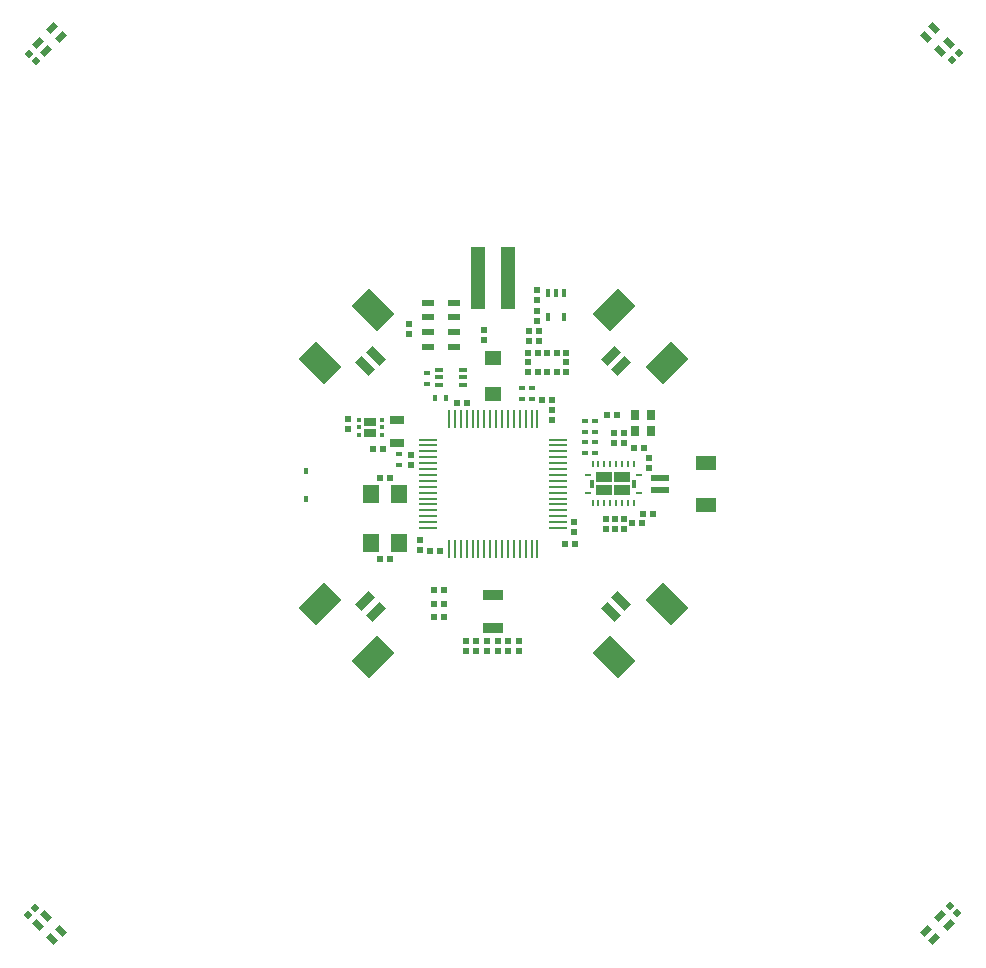
<source format=gbp>
G04 Layer_Color=128*
%FSAX25Y25*%
%MOIN*%
G70*
G01*
G75*
%ADD12R,0.02047X0.01969*%
%ADD13R,0.02362X0.00945*%
G04:AMPARAMS|DCode=28|XSize=19.69mil|YSize=20.47mil|CornerRadius=0mil|HoleSize=0mil|Usage=FLASHONLY|Rotation=45.000|XOffset=0mil|YOffset=0mil|HoleType=Round|Shape=Rectangle|*
%AMROTATEDRECTD28*
4,1,4,0.00028,-0.01420,-0.01420,0.00028,-0.00028,0.01420,0.01420,-0.00028,0.00028,-0.01420,0.0*
%
%ADD28ROTATEDRECTD28*%

G04:AMPARAMS|DCode=29|XSize=19.69mil|YSize=20.47mil|CornerRadius=0mil|HoleSize=0mil|Usage=FLASHONLY|Rotation=315.000|XOffset=0mil|YOffset=0mil|HoleType=Round|Shape=Rectangle|*
%AMROTATEDRECTD29*
4,1,4,-0.01420,-0.00028,0.00028,0.01420,0.01420,0.00028,-0.00028,-0.01420,-0.01420,-0.00028,0.0*
%
%ADD29ROTATEDRECTD29*%

%ADD37R,0.01969X0.02047*%
%ADD38R,0.01772X0.02165*%
%ADD39R,0.02165X0.01772*%
%ADD68R,0.04331X0.02362*%
%ADD69R,0.01575X0.02559*%
%ADD70R,0.01969X0.01969*%
%ADD71R,0.05118X0.20866*%
G04:AMPARAMS|DCode=72|XSize=33.47mil|YSize=19.69mil|CornerRadius=0mil|HoleSize=0mil|Usage=FLASHONLY|Rotation=225.000|XOffset=0mil|YOffset=0mil|HoleType=Round|Shape=Rectangle|*
%AMROTATEDRECTD72*
4,1,4,0.00487,0.01879,0.01879,0.00487,-0.00487,-0.01879,-0.01879,-0.00487,0.00487,0.01879,0.0*
%
%ADD72ROTATEDRECTD72*%

G04:AMPARAMS|DCode=73|XSize=33.47mil|YSize=19.69mil|CornerRadius=0mil|HoleSize=0mil|Usage=FLASHONLY|Rotation=315.000|XOffset=0mil|YOffset=0mil|HoleType=Round|Shape=Rectangle|*
%AMROTATEDRECTD73*
4,1,4,-0.01879,0.00487,-0.00487,0.01879,0.01879,-0.00487,0.00487,-0.01879,-0.01879,0.00487,0.0*
%
%ADD73ROTATEDRECTD73*%

G04:AMPARAMS|DCode=74|XSize=31.5mil|YSize=62.99mil|CornerRadius=0mil|HoleSize=0mil|Usage=FLASHONLY|Rotation=45.000|XOffset=0mil|YOffset=0mil|HoleType=Round|Shape=Rectangle|*
%AMROTATEDRECTD74*
4,1,4,0.01114,-0.03341,-0.03341,0.01114,-0.01114,0.03341,0.03341,-0.01114,0.01114,-0.03341,0.0*
%
%ADD74ROTATEDRECTD74*%

G04:AMPARAMS|DCode=75|XSize=82.68mil|YSize=118.11mil|CornerRadius=0mil|HoleSize=0mil|Usage=FLASHONLY|Rotation=45.000|XOffset=0mil|YOffset=0mil|HoleType=Round|Shape=Rectangle|*
%AMROTATEDRECTD75*
4,1,4,0.01253,-0.07099,-0.07099,0.01253,-0.01253,0.07099,0.07099,-0.01253,0.01253,-0.07099,0.0*
%
%ADD75ROTATEDRECTD75*%

G04:AMPARAMS|DCode=76|XSize=31.5mil|YSize=62.99mil|CornerRadius=0mil|HoleSize=0mil|Usage=FLASHONLY|Rotation=135.000|XOffset=0mil|YOffset=0mil|HoleType=Round|Shape=Rectangle|*
%AMROTATEDRECTD76*
4,1,4,0.03341,0.01114,-0.01114,-0.03341,-0.03341,-0.01114,0.01114,0.03341,0.03341,0.01114,0.0*
%
%ADD76ROTATEDRECTD76*%

G04:AMPARAMS|DCode=77|XSize=82.68mil|YSize=118.11mil|CornerRadius=0mil|HoleSize=0mil|Usage=FLASHONLY|Rotation=135.000|XOffset=0mil|YOffset=0mil|HoleType=Round|Shape=Rectangle|*
%AMROTATEDRECTD77*
4,1,4,0.07099,0.01253,-0.01253,-0.07099,-0.07099,-0.01253,0.01253,0.07099,0.07099,0.01253,0.0*
%
%ADD77ROTATEDRECTD77*%

%ADD78R,0.02756X0.03543*%
%ADD79R,0.00945X0.02362*%
%ADD81O,0.00984X0.06102*%
%ADD82O,0.06102X0.00984*%
%ADD83R,0.05118X0.02756*%
%ADD84R,0.01772X0.01181*%
%ADD86R,0.05500X0.06300*%
%ADD87R,0.01772X0.01969*%
%ADD88R,0.07087X0.04724*%
%ADD89R,0.06102X0.02362*%
%ADD90R,0.06693X0.03740*%
%ADD91R,0.05600X0.04800*%
%ADD92R,0.02756X0.01378*%
G04:AMPARAMS|DCode=169|XSize=39.37mil|YSize=27.56mil|CornerRadius=1.93mil|HoleSize=0mil|Usage=FLASHONLY|Rotation=180.000|XOffset=0mil|YOffset=0mil|HoleType=Round|Shape=RoundedRectangle|*
%AMROUNDEDRECTD169*
21,1,0.03937,0.02370,0,0,180.0*
21,1,0.03551,0.02756,0,0,180.0*
1,1,0.00386,-0.01776,0.01185*
1,1,0.00386,0.01776,0.01185*
1,1,0.00386,0.01776,-0.01185*
1,1,0.00386,-0.01776,-0.01185*
%
%ADD169ROUNDEDRECTD169*%
%ADD170R,0.01169X0.03071*%
%ADD171R,0.05228X0.03610*%
D12*
X0417500Y0384614D02*
D03*
Y0381386D02*
D03*
Y0388386D02*
D03*
Y0391614D02*
D03*
X0455000Y0332386D02*
D03*
Y0335614D02*
D03*
X0440500Y0315114D02*
D03*
Y0311886D02*
D03*
X0443500Y0315114D02*
D03*
Y0311886D02*
D03*
X0446500Y0315114D02*
D03*
Y0311886D02*
D03*
X0430000Y0314114D02*
D03*
Y0310886D02*
D03*
X0422500Y0348386D02*
D03*
Y0351614D02*
D03*
X0375000Y0376886D02*
D03*
Y0380114D02*
D03*
X0354500Y0345386D02*
D03*
Y0348614D02*
D03*
X0375500Y0336614D02*
D03*
Y0333386D02*
D03*
X0378500Y0308114D02*
D03*
Y0304886D02*
D03*
X0394000Y0274614D02*
D03*
Y0271386D02*
D03*
X0401000Y0274614D02*
D03*
Y0271386D02*
D03*
X0397400Y0274614D02*
D03*
Y0271386D02*
D03*
X0404500Y0274614D02*
D03*
Y0271386D02*
D03*
X0408000Y0274614D02*
D03*
Y0271386D02*
D03*
X0411500Y0274614D02*
D03*
Y0271386D02*
D03*
X0400000Y0374886D02*
D03*
Y0378114D02*
D03*
D13*
X0434535Y0324048D02*
D03*
Y0329953D02*
D03*
X0451465D02*
D03*
Y0324048D02*
D03*
D28*
X0555859Y0468359D02*
D03*
X0558141Y0470641D02*
D03*
X0250141Y0185641D02*
D03*
X0247859Y0183359D02*
D03*
D29*
X0248359Y0470141D02*
D03*
X0250641Y0467859D02*
D03*
X0557641Y0183859D02*
D03*
X0555359Y0186141D02*
D03*
D37*
X0418114Y0378000D02*
D03*
X0414886D02*
D03*
X0418114Y0374500D02*
D03*
X0414886D02*
D03*
X0453114Y0339000D02*
D03*
X0449886D02*
D03*
X0443386Y0340500D02*
D03*
X0446614D02*
D03*
X0444114Y0350000D02*
D03*
X0440886D02*
D03*
X0443386Y0344000D02*
D03*
X0446614D02*
D03*
X0452886Y0317000D02*
D03*
X0456114D02*
D03*
X0452614Y0314000D02*
D03*
X0449386D02*
D03*
X0426886Y0307000D02*
D03*
X0430114D02*
D03*
X0419386Y0355000D02*
D03*
X0422614D02*
D03*
X0394114Y0354000D02*
D03*
X0390886D02*
D03*
X0366114Y0338500D02*
D03*
X0362886D02*
D03*
X0365386Y0329000D02*
D03*
X0368614D02*
D03*
X0385114Y0304500D02*
D03*
X0381886D02*
D03*
X0368614Y0302000D02*
D03*
X0365386D02*
D03*
X0386614Y0282500D02*
D03*
X0383386D02*
D03*
X0386614Y0287000D02*
D03*
X0383386D02*
D03*
X0386614Y0291500D02*
D03*
X0383386D02*
D03*
D38*
X0387272Y0355500D02*
D03*
X0383728D02*
D03*
D39*
X0381000Y0363772D02*
D03*
Y0360228D02*
D03*
X0433500Y0337228D02*
D03*
Y0340772D02*
D03*
Y0347772D02*
D03*
Y0344228D02*
D03*
X0437000Y0347772D02*
D03*
Y0344228D02*
D03*
Y0337228D02*
D03*
Y0340772D02*
D03*
X0412500Y0358772D02*
D03*
Y0355228D02*
D03*
X0416000Y0358772D02*
D03*
Y0355228D02*
D03*
X0371500Y0333228D02*
D03*
Y0336772D02*
D03*
D68*
X0381169Y0377539D02*
D03*
Y0382461D02*
D03*
Y0372618D02*
D03*
Y0387382D02*
D03*
X0389831D02*
D03*
Y0372618D02*
D03*
Y0382461D02*
D03*
Y0377539D02*
D03*
D69*
X0421441Y0390535D02*
D03*
X0424000D02*
D03*
X0426559D02*
D03*
Y0382465D02*
D03*
X0421441D02*
D03*
D70*
X0427299Y0370650D02*
D03*
X0424150D02*
D03*
X0421000D02*
D03*
X0417850D02*
D03*
X0414701D02*
D03*
X0427299Y0367500D02*
D03*
X0414701D02*
D03*
X0427299Y0364350D02*
D03*
X0424150D02*
D03*
X0421000D02*
D03*
X0417850D02*
D03*
X0414701D02*
D03*
D71*
X0398000Y0395500D02*
D03*
X0408000D02*
D03*
D72*
X0251172Y0473956D02*
D03*
X0256044Y0478828D02*
D03*
X0253956Y0471172D02*
D03*
X0258828Y0476044D02*
D03*
X0554828Y0180044D02*
D03*
X0549956Y0175172D02*
D03*
X0552044Y0182828D02*
D03*
X0547172Y0177956D02*
D03*
D73*
X0552044Y0471172D02*
D03*
X0547172Y0476044D02*
D03*
X0554828Y0473956D02*
D03*
X0549956Y0478828D02*
D03*
X0253956Y0182828D02*
D03*
X0258828Y0177956D02*
D03*
X0251172Y0180044D02*
D03*
X0256044Y0175172D02*
D03*
D74*
X0442187Y0284333D02*
D03*
X0445667Y0287813D02*
D03*
X0363813Y0369667D02*
D03*
X0360333Y0366187D02*
D03*
D75*
X0443161Y0269161D02*
D03*
X0460839Y0286839D02*
D03*
X0362839Y0384839D02*
D03*
X0345161Y0367161D02*
D03*
D76*
X0445667Y0366187D02*
D03*
X0442187Y0369667D02*
D03*
X0360333Y0287813D02*
D03*
X0363813Y0284333D02*
D03*
D77*
X0460839Y0367161D02*
D03*
X0443161Y0384839D02*
D03*
X0345161Y0286839D02*
D03*
X0362839Y0269161D02*
D03*
D78*
X0450244Y0350000D02*
D03*
X0455756D02*
D03*
X0450244Y0344500D02*
D03*
X0455756D02*
D03*
D79*
X0449890Y0320504D02*
D03*
X0447921D02*
D03*
X0445952D02*
D03*
X0443984D02*
D03*
X0442015D02*
D03*
X0440047D02*
D03*
X0438078D02*
D03*
X0436110D02*
D03*
Y0333496D02*
D03*
X0438078D02*
D03*
X0440047D02*
D03*
X0442015D02*
D03*
X0443984D02*
D03*
X0445952D02*
D03*
X0447921D02*
D03*
X0449890D02*
D03*
D81*
X0388236Y0305248D02*
D03*
X0390205D02*
D03*
X0392173D02*
D03*
X0394142D02*
D03*
X0396110D02*
D03*
X0398079D02*
D03*
X0400047D02*
D03*
X0402016D02*
D03*
X0403984D02*
D03*
X0405953D02*
D03*
X0407921D02*
D03*
X0409890D02*
D03*
X0411858D02*
D03*
X0413827D02*
D03*
X0415795D02*
D03*
X0417764D02*
D03*
Y0348752D02*
D03*
X0415795D02*
D03*
X0413827D02*
D03*
X0411858D02*
D03*
X0409890D02*
D03*
X0407921D02*
D03*
X0405953D02*
D03*
X0403984D02*
D03*
X0402016D02*
D03*
X0400047D02*
D03*
X0398079D02*
D03*
X0396110D02*
D03*
X0394142D02*
D03*
X0392173D02*
D03*
X0390205D02*
D03*
X0388236D02*
D03*
D82*
X0424752Y0312236D02*
D03*
Y0314205D02*
D03*
Y0316173D02*
D03*
Y0318142D02*
D03*
Y0320110D02*
D03*
Y0322079D02*
D03*
Y0324047D02*
D03*
Y0326016D02*
D03*
Y0327984D02*
D03*
Y0329953D02*
D03*
Y0331921D02*
D03*
Y0333890D02*
D03*
Y0335858D02*
D03*
Y0337827D02*
D03*
Y0339795D02*
D03*
Y0341764D02*
D03*
X0381248D02*
D03*
Y0339795D02*
D03*
Y0337827D02*
D03*
Y0335858D02*
D03*
Y0333890D02*
D03*
Y0331921D02*
D03*
Y0329953D02*
D03*
Y0327984D02*
D03*
Y0326016D02*
D03*
Y0324047D02*
D03*
Y0322079D02*
D03*
Y0320110D02*
D03*
Y0318142D02*
D03*
Y0316173D02*
D03*
Y0314205D02*
D03*
Y0312236D02*
D03*
D83*
X0371000Y0348240D02*
D03*
Y0340760D02*
D03*
D84*
X0365839Y0348331D02*
D03*
Y0345772D02*
D03*
Y0343213D02*
D03*
X0358161D02*
D03*
Y0345772D02*
D03*
Y0348331D02*
D03*
D86*
X0371750Y0323650D02*
D03*
Y0307350D02*
D03*
X0362250D02*
D03*
Y0323650D02*
D03*
D87*
X0340500Y0321874D02*
D03*
Y0331126D02*
D03*
D88*
X0474000Y0334087D02*
D03*
Y0319913D02*
D03*
D89*
X0458744Y0328969D02*
D03*
Y0325031D02*
D03*
D90*
X0403000Y0290012D02*
D03*
Y0278988D02*
D03*
D91*
X0403000Y0357000D02*
D03*
Y0368905D02*
D03*
D92*
X0393035Y0359941D02*
D03*
Y0362500D02*
D03*
Y0365059D02*
D03*
X0384965D02*
D03*
Y0362500D02*
D03*
Y0359941D02*
D03*
D169*
X0362000Y0347543D02*
D03*
Y0344000D02*
D03*
D170*
X0436006Y0327000D02*
D03*
X0449994Y0327000D02*
D03*
D171*
X0446008Y0329199D02*
D03*
Y0324801D02*
D03*
X0439992Y0324801D02*
D03*
X0439992Y0329199D02*
D03*
M02*

</source>
